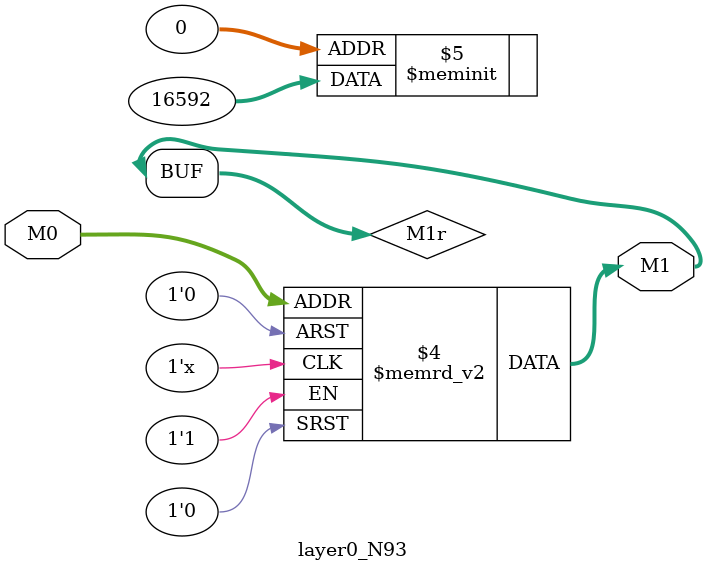
<source format=v>
module layer0_N93 ( input [3:0] M0, output [1:0] M1 );

	(*rom_style = "distributed" *) reg [1:0] M1r;
	assign M1 = M1r;
	always @ (M0) begin
		case (M0)
			4'b0000: M1r = 2'b00;
			4'b1000: M1r = 2'b00;
			4'b0100: M1r = 2'b00;
			4'b1100: M1r = 2'b00;
			4'b0010: M1r = 2'b01;
			4'b1010: M1r = 2'b00;
			4'b0110: M1r = 2'b00;
			4'b1110: M1r = 2'b00;
			4'b0001: M1r = 2'b00;
			4'b1001: M1r = 2'b00;
			4'b0101: M1r = 2'b00;
			4'b1101: M1r = 2'b00;
			4'b0011: M1r = 2'b11;
			4'b1011: M1r = 2'b00;
			4'b0111: M1r = 2'b01;
			4'b1111: M1r = 2'b00;

		endcase
	end
endmodule

</source>
